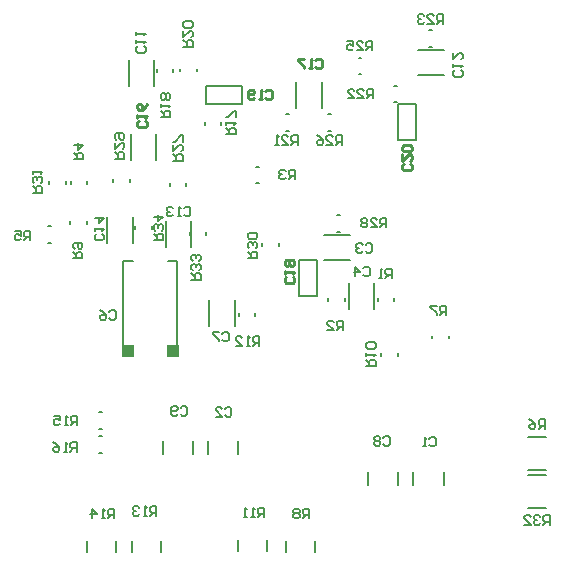
<source format=gbr>
%TF.GenerationSoftware,Altium Limited,Altium Designer,24.3.1 (35)*%
G04 Layer_Color=32896*
%FSLAX43Y43*%
%MOMM*%
%TF.SameCoordinates,9DAA59CA-406A-4E62-98C5-13318CB5E6F2*%
%TF.FilePolarity,Positive*%
%TF.FileFunction,Legend,Bot*%
%TF.Part,Single*%
G01*
G75*
%TA.AperFunction,NonConductor*%
%ADD41C,0.200*%
%ADD42C,0.254*%
%ADD43R,1.000X1.000*%
%ADD44R,1.000X1.000*%
D41*
X18137Y32530D02*
X18937D01*
X18137Y25230D02*
X18937D01*
X14337Y32530D02*
X15137D01*
X18937Y25230D02*
Y32530D01*
X14337Y25230D02*
X15137D01*
X14337D02*
Y32530D01*
X21376Y34724D02*
Y34974D01*
X19976Y34724D02*
Y34974D01*
X15353Y35232D02*
Y35482D01*
X16753Y35232D02*
Y35482D01*
X14978Y41039D02*
Y43239D01*
X17128Y41039D02*
Y43239D01*
X21336Y47320D02*
X24384D01*
Y45796D02*
Y47320D01*
X21336Y45796D02*
Y47320D01*
Y45796D02*
X24384D01*
X30734Y29499D02*
Y32547D01*
X29210Y29499D02*
X30734D01*
X29210Y32547D02*
X30734D01*
X29210Y29499D02*
Y32547D01*
X39141Y42764D02*
Y45812D01*
X37617Y42764D02*
X39141D01*
X37617Y45812D02*
X39141D01*
X37617Y42764D02*
Y45812D01*
X28999Y45458D02*
Y47658D01*
X31149Y45458D02*
Y47658D01*
X12997Y34028D02*
Y36228D01*
X15147Y34028D02*
Y36228D01*
X48653Y14805D02*
X50103D01*
X48653Y17555D02*
X50103D01*
X26548Y7960D02*
Y8906D01*
X24048Y7960D02*
Y8906D01*
X8063Y39042D02*
Y39292D01*
X9463Y39042D02*
Y39292D01*
X8003Y35422D02*
X8253D01*
X8003Y34022D02*
X8253D01*
X23783Y27018D02*
Y29218D01*
X21633Y27018D02*
Y29218D01*
X31310Y34730D02*
X33510D01*
X31310Y32580D02*
X33510D01*
X33444Y28440D02*
Y30640D01*
X35594Y28440D02*
Y30640D01*
X36206Y24462D02*
Y24712D01*
X37606Y24462D02*
Y24712D01*
X20274Y16138D02*
Y17238D01*
X17674Y16138D02*
Y17238D01*
X24084Y16163D02*
Y17263D01*
X21484Y16163D02*
Y17263D01*
X12296Y19674D02*
X12546D01*
X12296Y18274D02*
X12546D01*
X12296Y17642D02*
X12546D01*
X12296Y16242D02*
X12546D01*
X15057Y7883D02*
Y8830D01*
X17557Y7883D02*
Y8830D01*
X28112Y7833D02*
Y8779D01*
X30612Y7833D02*
Y8779D01*
X37647Y13522D02*
Y14622D01*
X35047Y13522D02*
Y14622D01*
X41508Y13522D02*
Y14622D01*
X38908Y13522D02*
Y14622D01*
X48653Y14354D02*
X50103D01*
X48653Y11604D02*
X50103D01*
X25605Y39076D02*
X25855D01*
X25605Y40476D02*
X25855D01*
X24141Y27866D02*
Y28116D01*
X25541Y27866D02*
Y28116D01*
X41899Y25935D02*
Y26185D01*
X40499Y25935D02*
Y26185D01*
X31685Y29136D02*
Y29386D01*
X33085Y29136D02*
Y29386D01*
X37301Y29110D02*
Y29360D01*
X35901Y29110D02*
Y29360D01*
X26122Y33733D02*
Y33983D01*
X27522Y33733D02*
Y33983D01*
X18299Y38864D02*
Y39114D01*
X19699Y38864D02*
Y39114D01*
X17975Y33723D02*
Y35923D01*
X20125Y33723D02*
Y35923D01*
X13499Y39169D02*
Y39419D01*
X14899Y39169D02*
Y39419D01*
X11266Y35613D02*
Y35863D01*
X9866Y35613D02*
Y35863D01*
X9892Y39042D02*
Y39292D01*
X11292Y39042D02*
Y39292D01*
X14825Y47338D02*
Y49538D01*
X16975Y47338D02*
Y49538D01*
X17182Y48516D02*
Y48766D01*
X18582Y48516D02*
Y48766D01*
X19188Y48541D02*
Y48791D01*
X20588Y48541D02*
Y48791D01*
X22646Y43995D02*
Y44245D01*
X21246Y43995D02*
Y44245D01*
X28094Y43521D02*
X28344D01*
X28094Y44921D02*
X28344D01*
X31676D02*
X31926D01*
X31676Y43521D02*
X31926D01*
X37264Y45934D02*
X37514D01*
X37264Y47334D02*
X37514D01*
X34267Y49722D02*
X34517D01*
X34267Y48322D02*
X34517D01*
X39311Y48226D02*
X41511D01*
X39311Y50376D02*
X41511D01*
X40236Y50633D02*
X40486D01*
X40236Y52033D02*
X40486D01*
X32412Y36362D02*
X32662D01*
X32412Y34962D02*
X32662D01*
X11247Y7833D02*
Y8779D01*
X13747Y7833D02*
Y8779D01*
X16923Y34265D02*
X17723D01*
Y34665D01*
X17589Y34798D01*
X17323D01*
X17190Y34665D01*
Y34265D01*
Y34532D02*
X16923Y34798D01*
X17589Y35065D02*
X17723Y35198D01*
Y35465D01*
X17589Y35598D01*
X17456D01*
X17323Y35465D01*
Y35331D01*
Y35465D01*
X17190Y35598D01*
X17056D01*
X16923Y35465D01*
Y35198D01*
X17056Y35065D01*
X16923Y36264D02*
X17723D01*
X17323Y35865D01*
Y36398D01*
X20123Y30912D02*
X20923D01*
Y31312D01*
X20790Y31445D01*
X20523D01*
X20390Y31312D01*
Y30912D01*
Y31179D02*
X20123Y31445D01*
X20790Y31712D02*
X20923Y31845D01*
Y32112D01*
X20790Y32245D01*
X20656D01*
X20523Y32112D01*
Y31979D01*
Y32112D01*
X20390Y32245D01*
X20257D01*
X20123Y32112D01*
Y31845D01*
X20257Y31712D01*
X20790Y32512D02*
X20923Y32645D01*
Y32912D01*
X20790Y33045D01*
X20656D01*
X20523Y32912D01*
Y32778D01*
Y32912D01*
X20390Y33045D01*
X20257D01*
X20123Y32912D01*
Y32645D01*
X20257Y32512D01*
X34880Y33845D02*
X35014Y33979D01*
X35280D01*
X35414Y33845D01*
Y33312D01*
X35280Y33179D01*
X35014D01*
X34880Y33312D01*
X34614Y33845D02*
X34481Y33979D01*
X34214D01*
X34081Y33845D01*
Y33712D01*
X34214Y33579D01*
X34347D01*
X34214D01*
X34081Y33446D01*
Y33312D01*
X34214Y33179D01*
X34481D01*
X34614Y33312D01*
X34677Y31864D02*
X34811Y31997D01*
X35077D01*
X35210Y31864D01*
Y31331D01*
X35077Y31198D01*
X34811D01*
X34677Y31331D01*
X34011Y31198D02*
Y31997D01*
X34411Y31598D01*
X33878D01*
X50444Y10167D02*
Y10966D01*
X50044D01*
X49911Y10833D01*
Y10566D01*
X50044Y10433D01*
X50444D01*
X50177D02*
X49911Y10167D01*
X49644Y10833D02*
X49511Y10966D01*
X49244D01*
X49111Y10833D01*
Y10700D01*
X49244Y10566D01*
X49378D01*
X49244D01*
X49111Y10433D01*
Y10300D01*
X49244Y10167D01*
X49511D01*
X49644Y10300D01*
X48311Y10167D02*
X48844D01*
X48311Y10700D01*
Y10833D01*
X48445Y10966D01*
X48711D01*
X48844Y10833D01*
X22968Y19977D02*
X23101Y20110D01*
X23368D01*
X23501Y19977D01*
Y19444D01*
X23368Y19311D01*
X23101D01*
X22968Y19444D01*
X22168Y19311D02*
X22701D01*
X22168Y19844D01*
Y19977D01*
X22301Y20110D01*
X22568D01*
X22701Y19977D01*
X40259Y17462D02*
X40392Y17596D01*
X40659D01*
X40792Y17462D01*
Y16929D01*
X40659Y16796D01*
X40392D01*
X40259Y16929D01*
X39992Y16796D02*
X39726D01*
X39859D01*
Y17596D01*
X39992Y17462D01*
X6687Y38285D02*
X7486D01*
Y38684D01*
X7353Y38818D01*
X7087D01*
X6953Y38684D01*
Y38285D01*
Y38551D02*
X6687Y38818D01*
X7353Y39084D02*
X7486Y39218D01*
Y39484D01*
X7353Y39617D01*
X7220D01*
X7087Y39484D01*
Y39351D01*
Y39484D01*
X6953Y39617D01*
X6820D01*
X6687Y39484D01*
Y39218D01*
X6820Y39084D01*
X6687Y39884D02*
Y40151D01*
Y40017D01*
X7486D01*
X7353Y39884D01*
X10141Y41117D02*
X10941D01*
Y41516D01*
X10808Y41650D01*
X10541D01*
X10408Y41516D01*
Y41117D01*
Y41383D02*
X10141Y41650D01*
Y42316D02*
X10941D01*
X10541Y41916D01*
Y42449D01*
X28886Y39427D02*
Y40227D01*
X28486D01*
X28353Y40094D01*
Y39827D01*
X28486Y39694D01*
X28886D01*
X28619D02*
X28353Y39427D01*
X28086Y40094D02*
X27953Y40227D01*
X27686D01*
X27553Y40094D01*
Y39960D01*
X27686Y39827D01*
X27820D01*
X27686D01*
X27553Y39694D01*
Y39561D01*
X27686Y39427D01*
X27953D01*
X28086Y39561D01*
X32950Y26651D02*
Y27451D01*
X32550D01*
X32417Y27318D01*
Y27051D01*
X32550Y26918D01*
X32950D01*
X32683D02*
X32417Y26651D01*
X31617D02*
X32150D01*
X31617Y27184D01*
Y27318D01*
X31750Y27451D01*
X32017D01*
X32150Y27318D01*
X37084Y31045D02*
Y31845D01*
X36684D01*
X36551Y31712D01*
Y31445D01*
X36684Y31312D01*
X37084D01*
X36817D02*
X36551Y31045D01*
X36284D02*
X36017D01*
X36151D01*
Y31845D01*
X36284Y31712D01*
X24899Y32766D02*
X25698D01*
Y33166D01*
X25565Y33300D01*
X25298D01*
X25165Y33166D01*
Y32766D01*
Y33033D02*
X24899Y33300D01*
X25565Y33566D02*
X25698Y33700D01*
Y33966D01*
X25565Y34099D01*
X25432D01*
X25298Y33966D01*
Y33833D01*
Y33966D01*
X25165Y34099D01*
X25032D01*
X24899Y33966D01*
Y33700D01*
X25032Y33566D01*
X25565Y34366D02*
X25698Y34499D01*
Y34766D01*
X25565Y34899D01*
X25032D01*
X24899Y34766D01*
Y34499D01*
X25032Y34366D01*
X25565D01*
X13621Y41174D02*
X14421D01*
Y41574D01*
X14287Y41707D01*
X14021D01*
X13888Y41574D01*
Y41174D01*
Y41440D02*
X13621Y41707D01*
Y42507D02*
Y41974D01*
X14154Y42507D01*
X14287D01*
X14421Y42373D01*
Y42107D01*
X14287Y41974D01*
X13754Y42773D02*
X13621Y42907D01*
Y43173D01*
X13754Y43307D01*
X14287D01*
X14421Y43173D01*
Y42907D01*
X14287Y42773D01*
X14154D01*
X14021Y42907D01*
Y43307D01*
X36626Y35338D02*
Y36138D01*
X36226D01*
X36093Y36004D01*
Y35738D01*
X36226Y35605D01*
X36626D01*
X36360D02*
X36093Y35338D01*
X35293D02*
X35827D01*
X35293Y35871D01*
Y36004D01*
X35427Y36138D01*
X35693D01*
X35827Y36004D01*
X35027D02*
X34894Y36138D01*
X34627D01*
X34494Y36004D01*
Y35871D01*
X34627Y35738D01*
X34494Y35605D01*
Y35471D01*
X34627Y35338D01*
X34894D01*
X35027Y35471D01*
Y35605D01*
X34894Y35738D01*
X35027Y35871D01*
Y36004D01*
X34894Y35738D02*
X34627D01*
X18574Y40996D02*
X19374D01*
Y41396D01*
X19240Y41529D01*
X18974D01*
X18841Y41396D01*
Y40996D01*
Y41263D02*
X18574Y41529D01*
Y42329D02*
Y41796D01*
X19107Y42329D01*
X19240D01*
X19374Y42196D01*
Y41929D01*
X19240Y41796D01*
X19374Y42596D02*
Y43129D01*
X19240D01*
X18707Y42596D01*
X18574D01*
X12586Y34775D02*
X12719Y34642D01*
Y34375D01*
X12586Y34242D01*
X12052D01*
X11919Y34375D01*
Y34642D01*
X12052Y34775D01*
X11919Y35042D02*
Y35308D01*
Y35175D01*
X12719D01*
X12586Y35042D01*
X11919Y36108D02*
X12719D01*
X12319Y35708D01*
Y36241D01*
X19491Y36944D02*
X19624Y37077D01*
X19891D01*
X20024Y36944D01*
Y36411D01*
X19891Y36278D01*
X19624D01*
X19491Y36411D01*
X19225Y36278D02*
X18958D01*
X19091D01*
Y37077D01*
X19225Y36944D01*
X18558D02*
X18425Y37077D01*
X18158D01*
X18025Y36944D01*
Y36811D01*
X18158Y36678D01*
X18292D01*
X18158D01*
X18025Y36544D01*
Y36411D01*
X18158Y36278D01*
X18425D01*
X18558Y36411D01*
X29102Y42323D02*
Y43123D01*
X28702D01*
X28568Y42989D01*
Y42723D01*
X28702Y42590D01*
X29102D01*
X28835D02*
X28568Y42323D01*
X27769D02*
X28302D01*
X27769Y42856D01*
Y42989D01*
X27902Y43123D01*
X28169D01*
X28302Y42989D01*
X27502Y42323D02*
X27236D01*
X27369D01*
Y43123D01*
X27502Y42989D01*
X19438Y50648D02*
X20237D01*
Y51048D01*
X20104Y51181D01*
X19837D01*
X19704Y51048D01*
Y50648D01*
Y50915D02*
X19438Y51181D01*
Y51981D02*
Y51448D01*
X19971Y51981D01*
X20104D01*
X20237Y51848D01*
Y51581D01*
X20104Y51448D01*
Y52248D02*
X20237Y52381D01*
Y52647D01*
X20104Y52781D01*
X19571D01*
X19438Y52647D01*
Y52381D01*
X19571Y52248D01*
X20104D01*
X17533Y44695D02*
X18332D01*
Y45095D01*
X18199Y45228D01*
X17932D01*
X17799Y45095D01*
Y44695D01*
Y44961D02*
X17533Y45228D01*
Y45495D02*
Y45761D01*
Y45628D01*
X18332D01*
X18199Y45495D01*
Y46161D02*
X18332Y46294D01*
Y46561D01*
X18199Y46694D01*
X18066D01*
X17932Y46561D01*
X17799Y46694D01*
X17666D01*
X17533Y46561D01*
Y46294D01*
X17666Y46161D01*
X17799D01*
X17932Y46294D01*
X18066Y46161D01*
X18199D01*
X17932Y46294D02*
Y46561D01*
X23070Y43222D02*
X23869D01*
Y43622D01*
X23736Y43755D01*
X23470D01*
X23336Y43622D01*
Y43222D01*
Y43488D02*
X23070Y43755D01*
Y44021D02*
Y44288D01*
Y44155D01*
X23869D01*
X23736Y44021D01*
X23869Y44688D02*
Y45221D01*
X23736D01*
X23203Y44688D01*
X23070D01*
X42939Y48632D02*
X43072Y48498D01*
Y48232D01*
X42939Y48099D01*
X42405D01*
X42272Y48232D01*
Y48498D01*
X42405Y48632D01*
X42272Y48898D02*
Y49165D01*
Y49032D01*
X43072D01*
X42939Y48898D01*
X42272Y50098D02*
Y49565D01*
X42805Y50098D01*
X42939D01*
X43072Y49965D01*
Y49698D01*
X42939Y49565D01*
X16116Y50670D02*
X16249Y50537D01*
Y50270D01*
X16116Y50137D01*
X15583D01*
X15450Y50270D01*
Y50537D01*
X15583Y50670D01*
X15450Y50937D02*
Y51203D01*
Y51070D01*
X16249D01*
X16116Y50937D01*
X15450Y51603D02*
Y51870D01*
Y51736D01*
X16249D01*
X16116Y51603D01*
X35433Y50324D02*
Y51124D01*
X35033D01*
X34899Y50990D01*
Y50724D01*
X35033Y50591D01*
X35433D01*
X35166D02*
X34899Y50324D01*
X34100D02*
X34633D01*
X34100Y50857D01*
Y50990D01*
X34233Y51124D01*
X34499D01*
X34633Y50990D01*
X33300Y51124D02*
X33833D01*
Y50724D01*
X33566Y50857D01*
X33433D01*
X33300Y50724D01*
Y50457D01*
X33433Y50324D01*
X33700D01*
X33833Y50457D01*
X41427Y52585D02*
Y53384D01*
X41027D01*
X40894Y53251D01*
Y52984D01*
X41027Y52851D01*
X41427D01*
X41160D02*
X40894Y52585D01*
X40094D02*
X40627D01*
X40094Y53118D01*
Y53251D01*
X40227Y53384D01*
X40494D01*
X40627Y53251D01*
X39827D02*
X39694Y53384D01*
X39428D01*
X39294Y53251D01*
Y53118D01*
X39428Y52984D01*
X39561D01*
X39428D01*
X39294Y52851D01*
Y52718D01*
X39428Y52585D01*
X39694D01*
X39827Y52718D01*
X32867Y42323D02*
Y43123D01*
X32467D01*
X32334Y42989D01*
Y42723D01*
X32467Y42590D01*
X32867D01*
X32601D02*
X32334Y42323D01*
X31534D02*
X32067D01*
X31534Y42856D01*
Y42989D01*
X31668Y43123D01*
X31934D01*
X32067Y42989D01*
X30734Y43123D02*
X31001Y42989D01*
X31268Y42723D01*
Y42456D01*
X31134Y42323D01*
X30868D01*
X30734Y42456D01*
Y42590D01*
X30868Y42723D01*
X31268D01*
X35509Y46260D02*
Y47060D01*
X35109D01*
X34976Y46926D01*
Y46660D01*
X35109Y46527D01*
X35509D01*
X35242D02*
X34976Y46260D01*
X34176D02*
X34709D01*
X34176Y46793D01*
Y46926D01*
X34309Y47060D01*
X34576D01*
X34709Y46926D01*
X33376Y46260D02*
X33909D01*
X33376Y46793D01*
Y46926D01*
X33509Y47060D01*
X33776D01*
X33909Y46926D01*
X6483Y34246D02*
Y35045D01*
X6083D01*
X5950Y34912D01*
Y34646D01*
X6083Y34512D01*
X6483D01*
X6216D02*
X5950Y34246D01*
X5150Y35045D02*
X5683D01*
Y34646D01*
X5417Y34779D01*
X5283D01*
X5150Y34646D01*
Y34379D01*
X5283Y34246D01*
X5550D01*
X5683Y34379D01*
X10090Y32709D02*
X10890D01*
Y33109D01*
X10757Y33242D01*
X10490D01*
X10357Y33109D01*
Y32709D01*
Y32976D02*
X10090Y33242D01*
X10224Y33509D02*
X10090Y33642D01*
Y33909D01*
X10224Y34042D01*
X10757D01*
X10890Y33909D01*
Y33642D01*
X10757Y33509D01*
X10623D01*
X10490Y33642D01*
Y34042D01*
X50044Y18295D02*
Y19094D01*
X49644D01*
X49511Y18961D01*
Y18694D01*
X49644Y18561D01*
X50044D01*
X49777D02*
X49511Y18295D01*
X48711Y19094D02*
X48978Y18961D01*
X49244Y18694D01*
Y18428D01*
X49111Y18295D01*
X48844D01*
X48711Y18428D01*
Y18561D01*
X48844Y18694D01*
X49244D01*
X13163Y28207D02*
X13297Y28340D01*
X13563D01*
X13697Y28207D01*
Y27673D01*
X13563Y27540D01*
X13297D01*
X13163Y27673D01*
X12364Y28340D02*
X12630Y28207D01*
X12897Y27940D01*
Y27673D01*
X12764Y27540D01*
X12497D01*
X12364Y27673D01*
Y27807D01*
X12497Y27940D01*
X12897D01*
X22739Y26352D02*
X22873Y26486D01*
X23139D01*
X23272Y26352D01*
Y25819D01*
X23139Y25686D01*
X22873D01*
X22739Y25819D01*
X22473Y26486D02*
X21940D01*
Y26352D01*
X22473Y25819D01*
Y25686D01*
X13573Y10700D02*
Y11500D01*
X13173D01*
X13040Y11366D01*
Y11100D01*
X13173Y10967D01*
X13573D01*
X13306D02*
X13040Y10700D01*
X12773D02*
X12506D01*
X12640D01*
Y11500D01*
X12773Y11366D01*
X11707Y10700D02*
Y11500D01*
X12106Y11100D01*
X11573D01*
X17154Y10929D02*
Y11728D01*
X16754D01*
X16621Y11595D01*
Y11328D01*
X16754Y11195D01*
X17154D01*
X16888D02*
X16621Y10929D01*
X16354D02*
X16088D01*
X16221D01*
Y11728D01*
X16354Y11595D01*
X15688D02*
X15555Y11728D01*
X15288D01*
X15155Y11595D01*
Y11462D01*
X15288Y11328D01*
X15421D01*
X15288D01*
X15155Y11195D01*
Y11062D01*
X15288Y10929D01*
X15555D01*
X15688Y11062D01*
X10398Y16364D02*
Y17164D01*
X9998D01*
X9865Y17031D01*
Y16764D01*
X9998Y16631D01*
X10398D01*
X10131D02*
X9865Y16364D01*
X9598D02*
X9331D01*
X9465D01*
Y17164D01*
X9598Y17031D01*
X8398Y17164D02*
X8665Y17031D01*
X8931Y16764D01*
Y16497D01*
X8798Y16364D01*
X8532D01*
X8398Y16497D01*
Y16631D01*
X8532Y16764D01*
X8931D01*
X41687Y27921D02*
Y28721D01*
X41288D01*
X41154Y28588D01*
Y28321D01*
X41288Y28188D01*
X41687D01*
X41421D02*
X41154Y27921D01*
X40888Y28721D02*
X40355D01*
Y28588D01*
X40888Y28054D01*
Y27921D01*
X10448Y18599D02*
Y19399D01*
X10049D01*
X9915Y19266D01*
Y18999D01*
X10049Y18866D01*
X10448D01*
X10182D02*
X9915Y18599D01*
X9649D02*
X9382D01*
X9515D01*
Y19399D01*
X9649Y19266D01*
X8449Y19399D02*
X8982D01*
Y18999D01*
X8716Y19132D01*
X8582D01*
X8449Y18999D01*
Y18733D01*
X8582Y18599D01*
X8849D01*
X8982Y18733D01*
X34906Y23613D02*
X35706D01*
Y24013D01*
X35573Y24146D01*
X35306D01*
X35173Y24013D01*
Y23613D01*
Y23879D02*
X34906Y24146D01*
Y24413D02*
Y24679D01*
Y24546D01*
X35706D01*
X35573Y24413D01*
Y25079D02*
X35706Y25212D01*
Y25479D01*
X35573Y25612D01*
X35039D01*
X34906Y25479D01*
Y25212D01*
X35039Y25079D01*
X35573D01*
X26266Y10802D02*
Y11601D01*
X25867D01*
X25733Y11468D01*
Y11201D01*
X25867Y11068D01*
X26266D01*
X26000D02*
X25733Y10802D01*
X25467D02*
X25200D01*
X25333D01*
Y11601D01*
X25467Y11468D01*
X24800Y10802D02*
X24534D01*
X24667D01*
Y11601D01*
X24800Y11468D01*
X25866Y25305D02*
Y26105D01*
X25466D01*
X25333Y25971D01*
Y25705D01*
X25466Y25572D01*
X25866D01*
X25600D02*
X25333Y25305D01*
X25067D02*
X24800D01*
X24933D01*
Y26105D01*
X25067Y25971D01*
X23867Y25305D02*
X24400D01*
X23867Y25838D01*
Y25971D01*
X24000Y26105D01*
X24267D01*
X24400Y25971D01*
X30080Y10725D02*
Y11525D01*
X29680D01*
X29546Y11392D01*
Y11125D01*
X29680Y10992D01*
X30080D01*
X29813D02*
X29546Y10725D01*
X29280Y11392D02*
X29147Y11525D01*
X28880D01*
X28747Y11392D01*
Y11258D01*
X28880Y11125D01*
X28747Y10992D01*
Y10859D01*
X28880Y10725D01*
X29147D01*
X29280Y10859D01*
Y10992D01*
X29147Y11125D01*
X29280Y11258D01*
Y11392D01*
X29147Y11125D02*
X28880D01*
X36379Y17539D02*
X36512Y17672D01*
X36779D01*
X36912Y17539D01*
Y17005D01*
X36779Y16872D01*
X36512D01*
X36379Y17005D01*
X36113Y17539D02*
X35979Y17672D01*
X35713D01*
X35579Y17539D01*
Y17405D01*
X35713Y17272D01*
X35579Y17139D01*
Y17005D01*
X35713Y16872D01*
X35979D01*
X36113Y17005D01*
Y17139D01*
X35979Y17272D01*
X36113Y17405D01*
Y17539D01*
X35979Y17272D02*
X35713D01*
X19209Y20079D02*
X19342Y20212D01*
X19609D01*
X19742Y20079D01*
Y19545D01*
X19609Y19412D01*
X19342D01*
X19209Y19545D01*
X18942D02*
X18809Y19412D01*
X18542D01*
X18409Y19545D01*
Y20079D01*
X18542Y20212D01*
X18809D01*
X18942Y20079D01*
Y19945D01*
X18809Y19812D01*
X18409D01*
D42*
X38646Y40716D02*
X38779Y40583D01*
Y40317D01*
X38646Y40183D01*
X38113D01*
X37980Y40317D01*
Y40583D01*
X38113Y40716D01*
X37980Y41516D02*
Y40983D01*
X38513Y41516D01*
X38646D01*
X38779Y41383D01*
Y41116D01*
X38646Y40983D01*
Y41783D02*
X38779Y41916D01*
Y42183D01*
X38646Y42316D01*
X38113D01*
X37980Y42183D01*
Y41916D01*
X38113Y41783D01*
X38646D01*
X26379Y46869D02*
X26512Y47002D01*
X26779D01*
X26912Y46869D01*
Y46335D01*
X26779Y46202D01*
X26512D01*
X26379Y46335D01*
X26112Y46202D02*
X25846D01*
X25979D01*
Y47002D01*
X26112Y46869D01*
X25446Y46335D02*
X25313Y46202D01*
X25046D01*
X24913Y46335D01*
Y46869D01*
X25046Y47002D01*
X25313D01*
X25446Y46869D01*
Y46735D01*
X25313Y46602D01*
X24913D01*
X28689Y31156D02*
X28822Y31023D01*
Y30757D01*
X28689Y30623D01*
X28156D01*
X28023Y30757D01*
Y31023D01*
X28156Y31156D01*
X28023Y31423D02*
Y31690D01*
Y31556D01*
X28822D01*
X28689Y31423D01*
Y32090D02*
X28822Y32223D01*
Y32489D01*
X28689Y32623D01*
X28556D01*
X28423Y32489D01*
X28289Y32623D01*
X28156D01*
X28023Y32489D01*
Y32223D01*
X28156Y32090D01*
X28289D01*
X28423Y32223D01*
X28556Y32090D01*
X28689D01*
X28423Y32223D02*
Y32489D01*
X30607Y49485D02*
X30741Y49619D01*
X31007D01*
X31140Y49485D01*
Y48952D01*
X31007Y48819D01*
X30741D01*
X30607Y48952D01*
X30341Y48819D02*
X30074D01*
X30207D01*
Y49619D01*
X30341Y49485D01*
X29674Y49619D02*
X29141D01*
Y49485D01*
X29674Y48952D01*
Y48819D01*
X16192Y44364D02*
X16326Y44231D01*
Y43965D01*
X16192Y43831D01*
X15659D01*
X15526Y43965D01*
Y44231D01*
X15659Y44364D01*
X15526Y44631D02*
Y44898D01*
Y44764D01*
X16326D01*
X16192Y44631D01*
X16326Y45831D02*
X16192Y45564D01*
X15926Y45298D01*
X15659D01*
X15526Y45431D01*
Y45697D01*
X15659Y45831D01*
X15793D01*
X15926Y45697D01*
Y45298D01*
D43*
X14737Y24880D02*
D03*
D44*
X18537Y24880D02*
D03*
%TF.MD5,db019d825e6c52d32e2bb9eb42467c35*%
M02*

</source>
